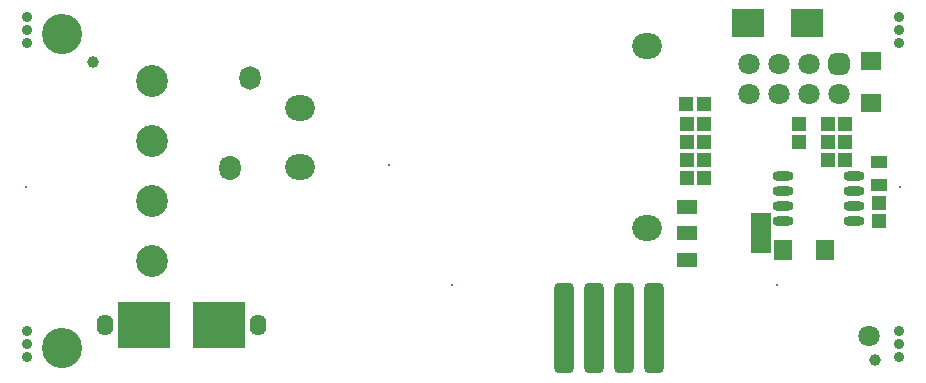
<source format=gts>
G04 Layer_Color=8388736*
%FSLAX44Y44*%
%MOMM*%
G71*
G01*
G75*
%ADD10C,1.0000*%
%ADD60R,1.2032X1.2032*%
%ADD61R,1.2032X1.2032*%
%ADD62R,1.7032X3.4532*%
%ADD63R,1.7032X1.2032*%
%ADD64R,2.8032X2.4032*%
%ADD65O,1.8032X0.8032*%
%ADD66R,1.8032X1.5032*%
%ADD67R,1.5032X1.8032*%
G04:AMPARAMS|DCode=68|XSize=1.7272mm|YSize=7.7032mm|CornerRadius=0.4826mm|HoleSize=0mm|Usage=FLASHONLY|Rotation=0.000|XOffset=0mm|YOffset=0mm|HoleType=Round|Shape=RoundedRectangle|*
%AMROUNDEDRECTD68*
21,1,1.7272,6.7380,0,0,0.0*
21,1,0.7620,7.7032,0,0,0.0*
1,1,0.9652,0.3810,-3.3690*
1,1,0.9652,-0.3810,-3.3690*
1,1,0.9652,-0.3810,3.3690*
1,1,0.9652,0.3810,3.3690*
%
%ADD68ROUNDEDRECTD68*%
%ADD69R,4.4032X4.0032*%
%ADD70R,1.4032X1.1032*%
G04:AMPARAMS|DCode=71|XSize=0.2032mm|YSize=0.2032mm|CornerRadius=0mm|HoleSize=0mm|Usage=FLASHONLY|Rotation=270.000|XOffset=0mm|YOffset=0mm|HoleType=Round|Shape=RoundedRectangle|*
%AMROUNDEDRECTD71*
21,1,0.2032,0.2032,0,0,270.0*
21,1,0.2032,0.2032,0,0,270.0*
1,1,0.0000,-0.1016,-0.1016*
1,1,0.0000,-0.1016,0.1016*
1,1,0.0000,0.1016,0.1016*
1,1,0.0000,0.1016,-0.1016*
%
%ADD71ROUNDEDRECTD71*%
%ADD72C,0.9032*%
%ADD73C,2.7032*%
%ADD74C,3.4032*%
G04:AMPARAMS|DCode=75|XSize=0.2032mm|YSize=0.2032mm|CornerRadius=0mm|HoleSize=0mm|Usage=FLASHONLY|Rotation=0.000|XOffset=0mm|YOffset=0mm|HoleType=Round|Shape=RoundedRectangle|*
%AMROUNDEDRECTD75*
21,1,0.2032,0.2032,0,0,0.0*
21,1,0.2032,0.2032,0,0,0.0*
1,1,0.0000,0.1016,-0.1016*
1,1,0.0000,-0.1016,-0.1016*
1,1,0.0000,-0.1016,0.1016*
1,1,0.0000,0.1016,0.1016*
%
%ADD75ROUNDEDRECTD75*%
%ADD76O,1.8032X2.1032*%
%ADD77O,1.8032X2.0032*%
%ADD78C,1.8032*%
G04:AMPARAMS|DCode=79|XSize=1.8032mm|YSize=1.8032mm|CornerRadius=0.5016mm|HoleSize=0mm|Usage=FLASHONLY|Rotation=0.000|XOffset=0mm|YOffset=0mm|HoleType=Round|Shape=RoundedRectangle|*
%AMROUNDEDRECTD79*
21,1,1.8032,0.8000,0,0,0.0*
21,1,0.8000,1.8032,0,0,0.0*
1,1,1.0032,0.4000,-0.4000*
1,1,1.0032,-0.4000,-0.4000*
1,1,1.0032,-0.4000,0.4000*
1,1,1.0032,0.4000,0.4000*
%
%ADD79ROUNDEDRECTD79*%
%ADD80O,2.5032X2.2032*%
%ADD81O,1.4032X1.8032*%
D10*
X713232Y15494D02*
D03*
X51308Y267208D02*
D03*
D60*
X568332Y231902D02*
D03*
X553332D02*
D03*
X673202Y199898D02*
D03*
X688202D02*
D03*
X673202Y184658D02*
D03*
X688202D02*
D03*
X553822Y169418D02*
D03*
X568822D02*
D03*
X553822Y184658D02*
D03*
X568822D02*
D03*
X553822Y199898D02*
D03*
X568822D02*
D03*
X553822Y215138D02*
D03*
X568822D02*
D03*
X673202D02*
D03*
X688202D02*
D03*
D61*
X648952Y215018D02*
D03*
Y200018D02*
D03*
X716534Y132962D02*
D03*
Y147962D02*
D03*
D62*
X616702Y122428D02*
D03*
D63*
X554202Y99928D02*
D03*
Y122428D02*
D03*
Y144928D02*
D03*
D64*
X606172Y300228D02*
D03*
X656172D02*
D03*
D65*
X635462Y170688D02*
D03*
Y157988D02*
D03*
Y145288D02*
D03*
Y132588D02*
D03*
X695462Y170688D02*
D03*
Y157988D02*
D03*
Y145288D02*
D03*
Y132588D02*
D03*
D66*
X710000Y268698D02*
D03*
Y232698D02*
D03*
D67*
X635270Y108712D02*
D03*
X671270D02*
D03*
D68*
X450342Y42164D02*
D03*
X475742D02*
D03*
X501142D02*
D03*
X526542D02*
D03*
D69*
X94234Y44704D02*
D03*
X157734D02*
D03*
D70*
X717042Y162974D02*
D03*
Y182974D02*
D03*
D71*
X734314Y162052D02*
D03*
X-5334D02*
D03*
X630000Y78740D02*
D03*
X355600D02*
D03*
D72*
X733298Y305869D02*
D03*
Y294760D02*
D03*
Y283651D02*
D03*
D03*
Y294760D02*
D03*
Y305869D02*
D03*
Y17713D02*
D03*
Y28822D02*
D03*
Y39931D02*
D03*
X-4318D02*
D03*
Y28822D02*
D03*
Y17713D02*
D03*
Y305869D02*
D03*
Y294760D02*
D03*
Y283651D02*
D03*
D03*
Y294760D02*
D03*
Y305869D02*
D03*
D73*
X101346Y99147D02*
D03*
Y149947D02*
D03*
Y200747D02*
D03*
Y251547D02*
D03*
D74*
X25400Y291338D02*
D03*
Y25400D02*
D03*
D75*
X302242Y180000D02*
D03*
D76*
X167014Y177646D02*
D03*
D77*
X184014Y253646D02*
D03*
D78*
X708406Y35814D02*
D03*
X606900Y240538D02*
D03*
Y265938D02*
D03*
X632300Y240538D02*
D03*
Y265938D02*
D03*
X683100Y240538D02*
D03*
X657700Y265938D02*
D03*
Y240538D02*
D03*
D79*
X683100Y265938D02*
D03*
D80*
X226599Y178708D02*
D03*
Y228708D02*
D03*
X520599Y126708D02*
D03*
Y280708D02*
D03*
D81*
X190984Y44704D02*
D03*
X60984D02*
D03*
M02*

</source>
